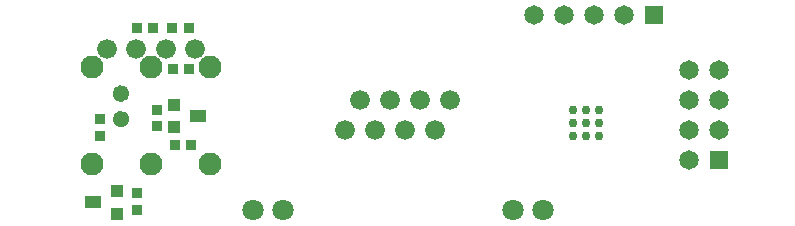
<source format=gbs>
G04*
G04 #@! TF.GenerationSoftware,Altium Limited,CircuitStudio,1.5.2 (30)*
G04*
G04 Layer_Color=16711935*
%FSLAX25Y25*%
%MOIN*%
G70*
G01*
G75*
%ADD45R,0.03591X0.03591*%
%ADD46R,0.03591X0.03591*%
%ADD56C,0.07677*%
%ADD57C,0.06591*%
%ADD58C,0.06496*%
%ADD59R,0.06496X0.06496*%
%ADD60R,0.06496X0.06496*%
%ADD61C,0.07091*%
%ADD62C,0.00591*%
%ADD63C,0.02953*%
%ADD64C,0.03000*%
%ADD65R,0.01591X0.01591*%
%ADD66R,0.05591X0.04191*%
%ADD67R,0.04191X0.04191*%
D45*
X269291Y413091D02*
D03*
X274791D02*
D03*
X281201D02*
D03*
X286701D02*
D03*
X287402Y374016D02*
D03*
X281902D02*
D03*
X286811Y399508D02*
D03*
X281311D02*
D03*
D46*
X256890Y377165D02*
D03*
Y382665D02*
D03*
X275984Y380315D02*
D03*
Y385815D02*
D03*
X269291Y357874D02*
D03*
Y352374D02*
D03*
D56*
X293701Y367717D02*
D03*
X254331D02*
D03*
X274016D02*
D03*
Y400000D02*
D03*
X254331D02*
D03*
X293701D02*
D03*
D57*
X269094Y406004D02*
D03*
X278937D02*
D03*
X288779D02*
D03*
X259252D02*
D03*
X343803Y388858D02*
D03*
X348803Y378858D02*
D03*
X353803Y388858D02*
D03*
X358803Y378858D02*
D03*
X363803Y388858D02*
D03*
X368803Y378858D02*
D03*
X338803D02*
D03*
X373803Y388858D02*
D03*
D58*
X401732Y417323D02*
D03*
X411732D02*
D03*
X421732D02*
D03*
X431732D02*
D03*
X453386Y398898D02*
D03*
X463386D02*
D03*
X453386Y388898D02*
D03*
X463386D02*
D03*
X453386Y378898D02*
D03*
X463386D02*
D03*
X453386Y368898D02*
D03*
D59*
X441732Y417323D02*
D03*
D60*
X463386Y368898D02*
D03*
D61*
X394606Y352362D02*
D03*
X404606D02*
D03*
X307992D02*
D03*
X317992D02*
D03*
D62*
X333795Y353858D02*
D03*
X378803D02*
D03*
X230315Y356299D02*
D03*
Y411417D02*
D03*
X482283Y356299D02*
D03*
Y411417D02*
D03*
D63*
X414567Y377165D02*
D03*
Y381496D02*
D03*
Y385827D02*
D03*
X418898Y377165D02*
D03*
Y381496D02*
D03*
Y385827D02*
D03*
X423228Y377165D02*
D03*
Y381496D02*
D03*
Y385827D02*
D03*
D64*
X265349Y382677D02*
G03*
X265349Y382677I-1319J0D01*
G01*
X265340Y391142D02*
G03*
X265340Y391142I-1319J0D01*
G01*
D65*
X265544Y382672D02*
D03*
X262544D02*
D03*
X262507Y391147D02*
D03*
X265507D02*
D03*
D66*
X289697Y383690D02*
D03*
X254598Y354861D02*
D03*
D67*
X281697Y379890D02*
D03*
X281697Y387390D02*
D03*
X262598Y358661D02*
D03*
X262598Y351161D02*
D03*
M02*

</source>
